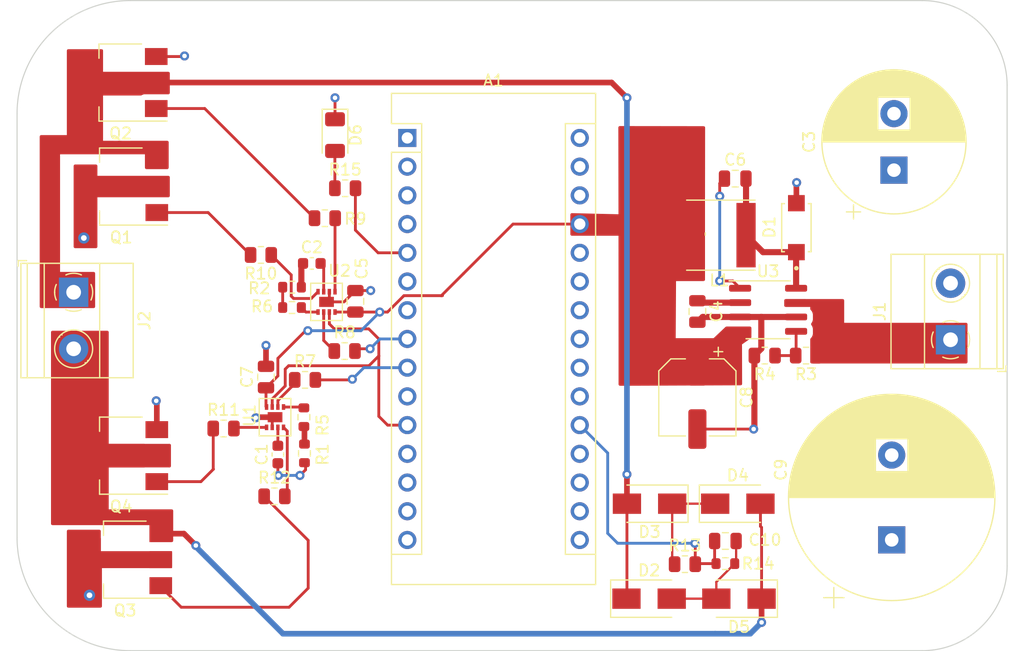
<source format=kicad_pcb>
(kicad_pcb (version 20211014) (generator pcbnew)
  (layers (0 "F.Cu" signal) (1 "In1.Cu" signal "GND") (2 "In2.Cu" signal "PWR") (31 "B.Cu" signal) (34 "B.Paste" user) (35 "F.Paste" user) (36 "B.SilkS" user "B.Silkscreen") (37 "F.SilkS" user "F.Silkscreen") (38 "B.Mask" user) (39 "F.Mask" user) (44 "Edge.Cuts" user))
  (net 0 "")
  (net 4 "<NO NET>")
  (net 7 "Net-(A1-Pad8)")
  (net 8 "Net-(A1-Pad9)")
  (net 10 "EN")
  (net 27 "+5V")
  (net 28 "Net-(C1-Pad1)")
  (net 29 "Net-(C1-Pad2)")
  (net 30 "Net-(C2-Pad1)")
  (net 31 "Net-(C2-Pad2)")
  (net 32 "70V")
  (net 33 "Net-(C4-Pad1)")
  (net 34 "Net-(C6-Pad1)")
  (net 35 "Net-(C6-Pad2)")
  (net 36 "Net-(Q1-Pad1)")
  (net 37 "Vsin_01")
  (net 38 "Net-(Q2-Pad1)")
  (net 39 "Net-(Q3-Pad1)")
  (net 40 "Vsin_02")
  (net 41 "Net-(Q4-Pad1)")
  (net 42 "Net-(R1-Pad2)")
  (net 43 "Net-(R2-Pad2)")
  (net 44 "Net-(R3-Pad2)")
  (net 45 "Net-(R5-Pad1)")
  (net 46 "Net-(R6-Pad1)")
  (net 47 "PWM_2")
  (net 48 "PWM_1")
  (net 49 "Out_L_1")
  (net 50 "Out_H_1")
  (net 51 "Out_L_2")
  (net 52 "Out_H_2")
  (net 53 "P")
  (net 54 "Net-(A1-Pad5)")
  (net 55 "V_fb")
  (net 56 "N")
  (net 57 "Net-(D6-Pad2)")
  (footprint "Package_TO_SOT_SMD:SOT-223-3_TabPin2" (layer "F.Cu") (at 57.05 111.95 180)
    (fp_text reference "Q3" (at 0 -4.5) (layer "F.SilkS"))
    (fp_text value "BSP296NH6327XTSA1")
    (pad "1" smd rect (at -3.15 -2.3 180) (size 2 1.5) (layers "F.Cu" "F.Paste" "F.Mask") (net 39 "Net-(Q3-Pad1)"))
    (pad "2" smd rect (at 3.15 0 180) (size 2 3.8) (layers "F.Cu" "F.Paste" "F.Mask") (net 32 "70V"))
    (pad "2" smd rect (at -3.15 0 180) (size 2 1.5) (layers "F.Cu" "F.Paste" "F.Mask") (net 32 "70V"))
    (pad "3" smd rect (at -3.15 2.3 180) (size 2 1.5) (layers "F.Cu" "F.Paste" "F.Mask") (net 40 "Vsin_02"))
  )
  (footprint "Package_SO:SOIC-8_3.9x4.9mm_P1.27mm" (layer "F.Cu") (at 113.876041 89.85)
    (fp_text reference "U3" (at 0 -3.4) (layer "F.SilkS"))
    (fp_text value "MAX5035BUSA")
    (pad "1" smd roundrect (at -2.475 -1.905) (size 1.95 0.6) (layers "F.Cu" "F.Paste" "F.Mask") (net 34 "Net-(C6-Pad1)"))
    (pad "2" smd roundrect (at -2.475 -0.635) (size 1.95 0.6) (layers "F.Cu" "F.Paste" "F.Mask") (net 33 "Net-(C4-Pad1)"))
    (pad "3" smd roundrect (at -2.475 0.635) (size 1.95 0.6) (layers "F.Cu" "F.Paste" "F.Mask") (net 4 "<NO NET>"))
    (pad "4" smd roundrect (at -2.475 1.905) (size 1.95 0.6) (layers "F.Cu" "F.Paste" "F.Mask") (net 27 "+5V"))
    (pad "5" smd roundrect (at 2.475 1.905) (size 1.95 0.6) (layers "F.Cu" "F.Paste" "F.Mask") (net 44 "Net-(R3-Pad2)"))
    (pad "6" smd roundrect (at 2.475 0.635) (size 1.95 0.6) (layers "F.Cu" "F.Paste" "F.Mask") (net 4 "<NO NET>"))
    (pad "7" smd roundrect (at 2.475 -0.635) (size 1.95 0.6) (layers "F.Cu" "F.Paste" "F.Mask") (net 32 "70V"))
    (pad "8" smd roundrect (at 2.475 -1.905) (size 1.95 0.6) (layers "F.Cu" "F.Paste" "F.Mask") (net 35 "Net-(C6-Pad2)"))
  )
  (footprint "Capacitor_SMD:C_0805_2012Metric" (layer "F.Cu") (at 69.5 95.8 90)
    (fp_text reference "C7" (at 0 -1.68 90) (layer "F.SilkS"))
    (fp_text value "1u")
    (pad "1" smd roundrect (at -0.95 0 90) (size 1 1.45) (layers "F.Cu" "F.Paste" "F.Mask") (net 27 "+5V"))
    (pad "2" smd roundrect (at 0.95 0 90) (size 1 1.45) (layers "F.Cu" "F.Paste" "F.Mask") (net 4 "<NO NET>"))
  )
  (footprint "Capacitor_SMD:C_0603_1608Metric" (layer "F.Cu") (at 73.55 85.75)
    (fp_text reference "C2" (at 0 -1.43) (layer "F.SilkS"))
    (fp_text value "27n")
    (pad "1" smd roundrect (at -0.775 0) (size 0.9 0.95) (layers "F.Cu" "F.Paste" "F.Mask") (net 30 "Net-(C2-Pad1)"))
    (pad "2" smd roundrect (at 0.775 0) (size 0.9 0.95) (layers "F.Cu" "F.Paste" "F.Mask") (net 31 "Net-(C2-Pad2)"))
  )
  (footprint "Resistor_SMD:R_0603_1608Metric" (layer "F.Cu") (at 72.9 102.55 90)
    (fp_text reference "R1" (at -0.1 1.6 90) (layer "F.SilkS"))
    (fp_text value "0.0")
    (pad "1" smd roundrect (at -0.825 0 90) (size 0.8 0.95) (layers "F.Cu" "F.Paste" "F.Mask") (net 28 "Net-(C1-Pad1)"))
    (pad "2" smd roundrect (at 0.825 0 90) (size 0.8 0.95) (layers "F.Cu" "F.Paste" "F.Mask") (net 42 "Net-(R1-Pad2)"))
  )
  (footprint "Resistor_SMD:R_0805_2012Metric" (layer "F.Cu") (at 74.7 81.75 180)
    (fp_text reference "R9" (at -2.7 -0.05) (layer "F.SilkS"))
    (fp_text value "10k")
    (pad "1" smd roundrect (at -0.9125 0 180) (size 1.025 1.4) (layers "F.Cu" "F.Paste" "F.Mask") (roundrect_rratio 0.243902439) (net 49 "Out_L_1"))
    (pad "2" smd roundrect (at 0.9125 0 180) (size 1.025 1.4) (layers "F.Cu" "F.Paste" "F.Mask") (roundrect_rratio 0.243902439) (net 38 "Net-(Q2-Pad1)"))
  )
  (footprint "Resistor_SMD:R_0805_2012Metric" (layer "F.Cu") (at 76.5 79.1)
    (fp_text reference "R15" (at 0 -1.65) (layer "F.SilkS"))
    (fp_text value "10k")
    (pad "1" smd roundrect (at -0.9125 0) (size 1.025 1.4) (layers "F.Cu" "F.Paste" "F.Mask") (roundrect_rratio 0.243902439) (net 57 "Net-(D6-Pad2)"))
    (pad "2" smd roundrect (at 0.9125 0) (size 1.025 1.4) (layers "F.Cu" "F.Paste" "F.Mask") (roundrect_rratio 0.243902439) (net 54 "Net-(A1-Pad5)"))
  )
  (footprint "Capacitor_SMD:C_0603_1608Metric" (layer "F.Cu") (at 70.55 102.65 90)
    (fp_text reference "C1" (at 0 -1.43 90) (layer "F.SilkS"))
    (fp_text value "27n")
    (pad "1" smd roundrect (at -0.775 0 90) (size 0.9 0.95) (layers "F.Cu" "F.Paste" "F.Mask") (net 28 "Net-(C1-Pad1)"))
    (pad "2" smd roundrect (at 0.775 0 90) (size 0.9 0.95) (layers "F.Cu" "F.Paste" "F.Mask") (net 29 "Net-(C1-Pad2)"))
  )
  (footprint "TerminalBlock_Phoenix:TerminalBlock_Phoenix_MKDS-1,5-2_1x02_P5.00mm_Horizontal" (layer "F.Cu") (at 130 92.5 90)
    (fp_text reference "J1" (at 2.5 -6.26 90) (layer "F.SilkS"))
    (fp_text value "Conn_01x02")
    (pad "1" thru_hole rect (at 0 0 90) (size 2.6 2.6) (drill 1.3) (layers *.Cu *.Mask) (net 32 "70V"))
    (pad "2" thru_hole circle (at 5 0 90) (size 2.6 2.6) (drill 1.3) (layers *.Cu *.Mask) (net 4 "<NO NET>"))
  )
  (footprint "Resistor_SMD:R_0805_2012Metric" (layer "F.Cu") (at 69.05 85 180)
    (fp_text reference "R10" (at 0 -1.65) (layer "F.SilkS"))
    (fp_text value "10k")
    (pad "1" smd roundrect (at -0.9125 0 180) (size 1.025 1.4) (layers "F.Cu" "F.Paste" "F.Mask") (roundrect_rratio 0.243902439) (net 50 "Out_H_1"))
    (pad "2" smd roundrect (at 0.9125 0 180) (size 1.025 1.4) (layers "F.Cu" "F.Paste" "F.Mask") (roundrect_rratio 0.243902439) (net 36 "Net-(Q1-Pad1)"))
  )
  (footprint "Resistor_SMD:R_0603_1608Metric" (layer "F.Cu") (at 110.1 112.3)
    (fp_text reference "R14" (at 2.9 0) (layer "F.SilkS"))
    (fp_text value "3.3k")
    (pad "1" smd roundrect (at -0.825 0) (size 0.8 0.95) (layers "F.Cu" "F.Paste" "F.Mask") (net 55 "V_fb"))
    (pad "2" smd roundrect (at 0.825 0) (size 0.8 0.95) (layers "F.Cu" "F.Paste" "F.Mask") (net 56 "N"))
  )
  (footprint "TerminalBlock_Phoenix:TerminalBlock_Phoenix_MKDS-1,5-2_1x02_P5.00mm_Horizontal" (layer "F.Cu") (at 52.5 88.3 -90)
    (fp_text reference "J2" (at 2.5 -6.26 90) (layer "F.SilkS"))
    (fp_text value "Conn_01x02")
    (pad "1" thru_hole rect (at 0 0 270) (size 2.6 2.6) (drill 1.3) (layers *.Cu *.Mask) (net 37 "Vsin_01"))
    (pad "2" thru_hole circle (at 5 0 270) (size 2.6 2.6) (drill 1.3) (layers *.Cu *.Mask) (net 40 "Vsin_02"))
  )
  (footprint "Package_TO_SOT_SMD:SOT-223-3_TabPin2" (layer "F.Cu") (at 56.7 102.75 180)
    (fp_text reference "Q4" (at 0 -4.5) (layer "F.SilkS"))
    (fp_text value "BSP296NH6327XTSA1")
    (pad "1" smd rect (at -3.15 -2.3 180) (size 2 1.5) (layers "F.Cu" "F.Paste" "F.Mask") (net 41 "Net-(Q4-Pad1)"))
    (pad "2" smd rect (at 3.15 0 180) (size 2 3.8) (layers "F.Cu" "F.Paste" "F.Mask") (net 40 "Vsin_02"))
    (pad "2" smd rect (at -3.15 0 180) (size 2 1.5) (layers "F.Cu" "F.Paste" "F.Mask") (net 40 "Vsin_02"))
    (pad "3" smd rect (at -3.15 2.3 180) (size 2 1.5) (layers "F.Cu" "F.Paste" "F.Mask") (net 4 "<NO NET>"))
  )
  (footprint "Footprints:DO-221(AC)" (layer "F.Cu") (at 116.376041 82.5875 90)
    (fp_text reference "D1" (at 0.04 -2.385 90) (layer "F.SilkS"))
    (fp_text value "D_Schottky")
    (pad "1" smd rect (at -2.165 0 90) (size 1.44 1.48) (layers "F.Cu" "F.Paste" "F.Mask") (net 35 "Net-(C6-Pad2)"))
    (pad "2" smd rect (at 2.165 0 90) (size 1.44 1.48) (layers "F.Cu" "F.Paste" "F.Mask") (net 4 "<NO NET>"))
  )
  (footprint "Resistor_SMD:R_0603_1608Metric" (layer "F.Cu") (at 71.8 89.65 180)
    (fp_text reference "R6" (at 2.65 0.1) (layer "F.SilkS"))
    (fp_text value "0.0")
    (pad "1" smd roundrect (at -0.825 0 180) (size 0.8 0.95) (layers "F.Cu" "F.Paste" "F.Mask") (net 46 "Net-(R6-Pad1)"))
    (pad "2" smd roundrect (at 0.825 0 180) (size 0.8 0.95) (layers "F.Cu" "F.Paste" "F.Mask") (net 43 "Net-(R2-Pad2)"))
  )
  (footprint "Footprints:NCP81151" (layer "F.Cu") (at 74.85 89.15)
    (fp_text reference "U2" (at 1.15 -2.75) (layer "F.SilkS"))
    (fp_text value "NCP81151")
    (pad "1" smd rect (at -0.75 0.9) (size 0.3 0.5) (layers "F.Cu" "F.Paste" "F.Mask") (net 46 "Net-(R6-Pad1)"))
    (pad "2" smd rect (at -0.25 0.9) (size 0.3 0.5) (layers "F.Cu" "F.Paste" "F.Mask") (net 48 "PWM_1"))
    (pad "3" smd rect (at 0.25 0.9) (size 0.3 0.5) (layers "F.Cu" "F.Paste" "F.Mask") (net 10 "EN"))
    (pad "4" smd rect (at 0.75 0.9) (size 0.3 0.5) (layers "F.Cu" "F.Paste" "F.Mask") (net 27 "+5V"))
    (pad "5" smd rect (at 0.75 -0.9) (size 0.3 0.5) (layers "F.Cu" "F.Paste" "F.Mask") (net 49 "Out_L_1"))
    (pad "6" smd rect (at 0.25 -0.9) (size 0.3 0.5) (layers "F.Cu" "F.Paste" "F.Mask") (net 4 "<NO NET>"))
    (pad "7" smd rect (at -0.25 -0.9) (size 0.3 0.5) (layers "F.Cu" "F.Paste" "F.Mask") (net 31 "Net-(C2-Pad2)"))
    (pad "8" smd rect (at -0.75 -0.9) (size 0.3 0.5) (layers "F.Cu" "F.Paste" "F.Mask") (net 50 "Out_H_1"))
    (pad "9" smd rect (at 0 0) (size 1.3 0.9) (layers "F.Cu" "F.Paste" "F.Mask") (net 4 "<NO NET>"))
  )
  (footprint "Diode_SMD:D_SMA" (layer "F.Cu") (at 111.3 115.4 180)
    (fp_text reference "D5" (at 0 -2.5) (layer "F.SilkS"))
    (fp_text value "D")
    (pad "1" smd rect (at -2 0 180) (size 2.5 1.8) (layers "F.Cu" "F.Paste" "F.Mask") (net 40 "Vsin_02"))
    (pad "2" smd rect (at 2 0 180) (size 2.5 1.8) (layers "F.Cu" "F.Paste" "F.Mask") (net 56 "N"))
  )
  (footprint "Resistor_SMD:R_0603_1608Metric" (layer "F.Cu") (at 71.8 87.85 180)
    (fp_text reference "R2" (at 2.9 -0.1) (layer "F.SilkS"))
    (fp_text value "0.0")
    (pad "1" smd roundrect (at -0.825 0 180) (size 0.8 0.95) (layers "F.Cu" "F.Paste" "F.Mask") (net 30 "Net-(C2-Pad1)"))
    (pad "2" smd roundrect (at 0.825 0 180) (size 0.8 0.95) (layers "F.Cu" "F.Paste" "F.Mask") (net 43 "Net-(R2-Pad2)"))
  )
  (footprint "Diode_SMD:D_SMA" (layer "F.Cu") (at 103.4 107 180)
    (fp_text reference "D3" (at 0 -2.5) (layer "F.SilkS"))
    (fp_text value "D")
    (pad "1" smd rect (at -2 0 180) (size 2.5 1.8) (layers "F.Cu" "F.Paste" "F.Mask") (net 53 "P"))
    (pad "2" smd rect (at 2 0 180) (size 2.5 1.8) (layers "F.Cu" "F.Paste" "F.Mask") (net 37 "Vsin_01"))
  )
  (footprint "Package_TO_SOT_SMD:SOT-223-3_TabPin2" (layer "F.Cu") (at 56.7 78.95 180)
    (fp_text reference "Q1" (at 0 -4.5) (layer "F.SilkS"))
    (fp_text value "BSP296NH6327XTSA1")
    (pad "1" smd rect (at -3.15 -2.3 180) (size 2 1.5) (layers "F.Cu" "F.Paste" "F.Mask") (net 36 "Net-(Q1-Pad1)"))
    (pad "2" smd rect (at 3.15 0 180) (size 2 3.8) (layers "F.Cu" "F.Paste" "F.Mask") (net 32 "70V"))
    (pad "2" smd rect (at -3.15 0 180) (size 2 1.5) (layers "F.Cu" "F.Paste" "F.Mask") (net 32 "70V"))
    (pad "3" smd rect (at -3.15 2.3 180) (size 2 1.5) (layers "F.Cu" "F.Paste" "F.Mask") (net 37 "Vsin_01"))
  )
  (footprint "Package_TO_SOT_SMD:SOT-223-3_TabPin2" (layer "F.Cu") (at 56.65 69.75 180)
    (fp_text reference "Q2" (at 0 -4.5) (layer "F.SilkS"))
    (fp_text value "BSP296NH6327XTSA1")
    (pad "1" smd rect (at -3.15 -2.3 180) (size 2 1.5) (layers "F.Cu" "F.Paste" "F.Mask") (net 38 "Net-(Q2-Pad1)"))
    (pad "2" smd rect (at -3.15 0 180) (size 2 1.5) (layers "F.Cu" "F.Paste" "F.Mask") (net 37 "Vsin_01"))
    (pad "2" smd rect (at 3.15 0 180) (size 2 3.8) (layers "F.Cu" "F.Paste" "F.Mask") (net 37 "Vsin_01"))
    (pad "3" smd rect (at -3.15 2.3 180) (size 2 1.5) (layers "F.Cu" "F.Paste" "F.Mask") (net 4 "<NO NET>"))
  )
  (footprint "Capacitor_THT:CP_Radial_D12.5mm_P5.00mm" (layer "F.Cu") (at 125 77.5 90)
    (fp_text reference "C3" (at 2.5 -7.5 90) (layer "F.SilkS"))
    (fp_text value "68u")
    (pad "1" thru_hole rect (at 0 0 90) (size 2.4 2.4) (drill 1.2) (layers *.Cu *.Mask) (net 32 "70V"))
    (pad "2" thru_hole circle (at 5 0 90) (size 2.4 2.4) (drill 1.2) (layers *.Cu *.Mask) (net 4 "<NO NET>"))
  )
  (footprint "Resistor_SMD:R_0805_2012Metric" (layer "F.Cu") (at 72.95 96.05)
    (fp_text reference "R7" (at 0 -1.65) (layer "F.SilkS"))
    (fp_text value "10k")
    (pad "1" smd roundrect (at -0.9125 0) (size 1.025 1.4) (layers "F.Cu" "F.Paste" "F.Mask") (roundrect_rratio 0.243902439) (net 47 "PWM_2"))
    (pad "2" smd roundrect (at 0.9125 0) (size 1.025 1.4) (layers "F.Cu" "F.Paste" "F.Mask") (roundrect_rratio 0.243902439) (net 8 "Net-(A1-Pad9)"))
  )
  (footprint "Resistor_SMD:R_0805_2012Metric" (layer "F.Cu") (at 106.525 112.35)
    (fp_text reference "R13" (at 0 -1.65) (layer "F.SilkS"))
    (fp_text value "91k")
    (pad "1" smd roundrect (at -0.9125 0) (size 1.025 1.4) (layers "F.Cu" "F.Paste" "F.Mask") (roundrect_rratio 0.243902439) (net 53 "P"))
    (pad "2" smd roundrect (at 0.9125 0) (size 1.025 1.4) (layers "F.Cu" "F.Paste" "F.Mask") (roundrect_rratio 0.243902439) (net 55 "V_fb"))
  )
  (footprint "Inductor_SMD:L_6.0x6.0_4.5" (layer "F.Cu") (at 109.576041 83.25 180)
    (fp_text reference "L1" (at 0 -4) (layer "F.SilkS"))
    (fp_text value "100u")
    (pad "1" smd rect (at -2.35 0 180) (size 1.7 5.7) (layers "F.Cu" "F.Paste" "F.Mask") (net 35 "Net-(C6-Pad2)"))
    (pad "2" smd rect (at 2.15 0 180) (size 1.7 5.7) (layers "F.Cu" "F.Paste" "F.Mask") (net 27 "+5V"))
  )
  (footprint "Capacitor_THT:CP_Radial_D18.0mm_P7.50mm" (layer "F.Cu") (at 124.8 110.2 90)
    (fp_text reference "C9" (at 6.2 -9.8 90) (layer "F.SilkS"))
    (fp_text value "1000uF")
    (pad "1" thru_hole rect (at 0 0 90) (size 2.4 2.4) (drill 1.2) (layers *.Cu *.Mask) (net 32 "70V"))
    (pad "2" thru_hole circle (at 7.5 0 90) (size 2.4 2.4) (drill 1.2) (layers *.Cu *.Mask) (net 4 "<NO NET>"))
  )
  (footprint "Resistor_SMD:R_0805_2012Metric" (layer "F.Cu") (at 76.45 93.5)
    (fp_text reference "R8" (at 0 -1.65) (layer "F.SilkS"))
    (fp_text value "10k")
    (pad "1" smd roundrect (at -0.9125 0) (size 1.025 1.4) (layers "F.Cu" "F.Paste" "F.Mask") (roundrect_rratio 0.243902439) (net 48 "PWM_1"))
    (pad "2" smd roundrect (at 0.9125 0) (size 1.025 1.4) (layers "F.Cu" "F.Paste" "F.Mask") (roundrect_rratio 0.243902439) (net 7 "Net-(A1-Pad8)"))
  )
  (footprint "Capacitor_SMD:CP_Elec_6.3x5.2" (layer "F.Cu") (at 107.626041 97.6 -90)
    (fp_text reference "C8" (at 0 -4.35 90) (layer "F.SilkS"))
    (fp_text value "68u")
    (pad "1" smd roundrect (at -2.8 0 270) (size 3.5 1.6) (layers "F.Cu" "F.Paste" "F.Mask") (roundrect_rratio 0.15625) (net 27 "+5V"))
    (pad "2" smd roundrect (at 2.8 0 270) (size 3.5 1.6) (layers "F.Cu" "F.Paste" "F.Mask") (roundrect_rratio 0.15625) (net 4 "<NO NET>"))
  )
  (footprint "Capacitor_SMD:C_0805_2012Metric" (layer "F.Cu") (at 110.97 78.25)
    (fp_text reference "C6" (at 0 -1.68) (layer "F.SilkS"))
    (fp_text value "0.1u")
    (pad "1" smd roundrect (at -0.95 0) (size 1 1.45) (layers "F.Cu" "F.Paste" "F.Mask") (net 34 "Net-(C6-Pad1)"))
    (pad "2" smd roundrect (at 0.95 0) (size 1 1.45) (layers "F.Cu" "F.Paste" "F.Mask") (net 35 "Net-(C6-Pad2)"))
  )
  (footprint "Resistor_SMD:R_0603_1608Metric" (layer "F.Cu") (at 72.85 99.35 -90)
    (fp_text reference "R5" (at 0.7 -1.65 90) (layer "F.SilkS"))
    (fp_text value "0.0")
    (pad "1" smd roundrect (at -0.825 0 270) (size 0.8 0.95) (layers "F.Cu" "F.Paste" "F.Mask") (net 45 "Net-(R5-Pad1)"))
    (pad "2" smd roundrect (at 0.825 0 270) (size 0.8 0.95) (layers "F.Cu" "F.Paste" "F.Mask") (net 42 "Net-(R1-Pad2)"))
  )
  (footprint "Module:Arduino_Nano" (layer "F.Cu") (at 81.99 74.65)
    (fp_text reference "A1" (at 7.62 -5.08) (layer "F.SilkS"))
    (fp_text value "Arduino_Nano_v3.x")
    (pad "1" thru_hole rect (at 0 0) (size 1.6 1.6) (drill 1) (layers *.Cu *.Mask))
    (pad "2" thru_hole oval (at 0 2.54) (size 1.6 1.6) (drill 1) (layers *.Cu *.Mask))
    (pad "3" thru_hole oval (at 0 5.08) (size 1.6 1.6) (drill 1) (layers *.Cu *.Mask))
    (pad "4" thru_hole oval (at 0 7.62) (size 1.6 1.6) (drill 1) (layers *.Cu *.Mask) (net 4 "<NO NET>"))
    (pad "5" thru_hole oval (at 0 10.16) (size 1.6 1.6) (drill 1) (layers *.Cu *.Mask) (net 54 "Net-(A1-Pad5)"))
    (pad "6" thru_hole oval (at 0 12.7) (size 1.6 1.6) (drill 1) (layers *.Cu *.Mask))
    (pad "7" thru_hole oval (at 0 15.24) (size 1.6 1.6) (drill 1) (layers *.Cu *.Mask))
    (pad "8" thru_hole oval (at 0 17.78) (size 1.6 1.6) (drill 1) (layers *.Cu *.Mask) (net 7 "Net-(A1-Pad8)"))
    (pad "9" thru_hole oval (at 0 20.32) (size 1.6 1.6) (drill 1) (layers *.Cu *.Mask) (net 8 "Net-(A1-Pad9)"))
    (pad "10" thru_hole oval (at 0 22.86) (size 1.6 1.6) (drill 1) (layers *.Cu *.Mask))
    (pad "11" thru_hole oval (at 0 25.4) (size 1.6 1.6) (drill 1) (layers *.Cu *.Mask) (net 10 "EN"))
    (pad "12" thru_hole oval (at 0 27.94) (size 1.6 1.6) (drill 1) (layers *.Cu *.Mask))
    (pad "13" thru_hole oval (at 0 30.48) (size 1.6 1.6) (drill 1) (layers *.Cu *.Mask))
    (pad "14" thru_hole oval (at 0 33.02) (size 1.6 1.6) (drill 1) (layers *.Cu *.Mask))
    (pad "15" thru_hole oval (at 0 35.56) (size 1.6 1.6) (drill 1) (layers *.Cu *.Mask))
    (pad "16" thru_hole oval (at 15.24 35.56) (size 1.6 1.6) (drill 1) (layers *.Cu *.Mask))
    (pad "17" thru_hole oval (at 15.24 33.02) (size 1.6 1.6) (drill 1) (layers *.Cu *.Mask))
    (pad "18" thru_hole oval (at 15.24 30.48) (size 1.6 1.6) (drill 1) (layers *.Cu *.Mask))
    (pad "19" thru_hole oval (at 15.24 27.94) (size 1.6 1.6) (drill 1) (layers *.Cu *.Mask))
    (pad "20" thru_hole oval (at 15.24 25.4) (size 1.6 1.6) (drill 1) (layers *.Cu *.Mask) (net 55 "V_fb"))
    (pad "21" thru_hole oval (at 15.24 22.86) (size 1.6 1.6) (drill 1) (layers *.Cu *.Mask))
    (pad "22" thru_hole oval (at 15.24 20.32) (size 1.6 1.6) (drill 1) (layers *.Cu *.Mask))
    (pad "23" thru_hole oval (at 15.24 17.78) (size 1.6 1.6) (drill 1) (layers *.Cu *.Mask))
    (pad "24" thru_hole oval (at 15.24 15.24) (size 1.6 1.6) (drill 1) (layers *.Cu *.Mask))
    (pad "25" thru_hole oval (at 15.24 12.7) (size 1.6 1.6) (drill 1) (layers *.Cu *.Mask))
    (pad "26" thru_hole oval (at 15.24 10.16) (size 1.6 1.6) (drill 1) (layers *.Cu *.Mask))
    (pad "27" thru_hole oval (at 15.24 7.62) (size 1.6 1.6) (drill 1) (layers *.Cu *.Mask) (net 27 "+5V"))
    (pad "28" thru_hole oval (at 15.24 5.08) (size 1.6 1.6) (drill 1) (layers *.Cu *.Mask))
    (pad "29" thru_hole oval (at 15.24 2.54) (size 1.6 1.6) (drill 1) (layers *.Cu *.Mask) (net 4 "<NO NET>"))
    (pad "30" thru_hole oval (at 15.24 0) (size 1.6 1.6) (drill 1) (layers *.Cu *.Mask))
  )
  (footprint "Capacitor_SMD:C_0805_2012Metric" (layer "F.Cu") (at 110.1 110.3)
    (fp_text reference "C10" (at 3.5 -0.1) (layer "F.SilkS"))
    (fp_text value "1u")
    (pad "1" smd roundrect (at -0.95 0) (size 1 1.45) (layers "F.Cu" "F.Paste" "F.Mask") (net 55 "V_fb"))
    (pad "2" smd roundrect (at 0.95 0) (size 1 1.45) (layers "F.Cu" "F.Paste" "F.Mask") (net 56 "N"))
  )
  (footprint "LED_SMD:LED_1206_3216Metric" (layer "F.Cu") (at 75.6 74.4 -90)
    (fp_text reference "D6" (at 0 -1.82 90) (layer "F.SilkS"))
    (fp_text value "LED")
    (pad "1" smd roundrect (at -1.4 0 270) (size 1.25 1.75) (layers "F.Cu" "F.Paste" "F.Mask") (roundrect_rratio 0.2) (net 4 "<NO NET>"))
    (pad "2" smd roundrect (at 1.4 0 270) (size 1.25 1.75) (layers "F.Cu" "F.Paste" "F.Mask") (roundrect_rratio 0.2) (net 57 "Net-(D6-Pad2)"))
  )
  (footprint "Diode_SMD:D_SMA" (layer "F.Cu") (at 103.3575 115.4)
    (fp_text reference "D2" (at 0 -2.5) (layer "F.SilkS"))
    (fp_text value "D")
    (pad "1" smd rect (at -2 0) (size 2.5 1.8) (layers "F.Cu" "F.Paste" "F.Mask") (net 37 "Vsin_01"))
    (pad "2" smd rect (at 2 0) (size 2.5 1.8) (layers "F.Cu" "F.Paste" "F.Mask") (net 56 "N"))
  )
  (footprint "Resistor_SMD:R_0805_2012Metric" (layer "F.Cu") (at 117.226041 93.9 180)
    (fp_text reference "R3" (at 0 -1.65) (layer "F.SilkS"))
    (fp_text value "1M")
    (pad "1" smd roundrect (at -0.9125 0 180) (size 1.025 1.4) (layers "F.Cu" "F.Paste" "F.Mask") (roundrect_rratio 0.243902439) (net 32 "70V"))
    (pad "2" smd roundrect (at 0.9125 0 180) (size 1.025 1.4) (layers "F.Cu" "F.Paste" "F.Mask") (roundrect_rratio 0.243902439) (net 44 "Net-(R3-Pad2)"))
  )
  (footprint "Resistor_SMD:R_0805_2012Metric" (layer "F.Cu") (at 65.75 100.35)
    (fp_text reference "R11" (at 0 -1.65) (layer "F.SilkS"))
    (fp_text value "10k")
    (pad "1" smd roundrect (at -0.9125 0) (size 1.025 1.4) (layers "F.Cu" "F.Paste" "F.Mask") (roundrect_rratio 0.243902439) (net 41 "Net-(Q4-Pad1)"))
    (pad "2" smd roundrect (at 0.9125 0) (size 1.025 1.4) (layers "F.Cu" "F.Paste" "F.Mask") (roundrect_rratio 0.243902439) (net 51 "Out_L_2"))
  )
  (footprint "Resistor_SMD:R_0805_2012Metric" (layer "F.Cu") (at 70.25 106.35)
    (fp_text reference "R12" (at 0 -1.65) (layer "F.SilkS"))
    (fp_text value "10k")
    (pad "1" smd roundrect (at -0.9125 0) (size 1.025 1.4) (layers "F.Cu" "F.Paste" "F.Mask") (roundrect_rratio 0.243902439) (net 39 "Net-(Q3-Pad1)"))
    (pad "2" smd roundrect (at 0.9125 0) (size 1.025 1.4) (layers "F.Cu" "F.Paste" "F.Mask") (roundrect_rratio 0.243902439) (net 52 "Out_H_2"))
  )
  (footprint "Resistor_SMD:R_0805_2012Metric" (layer "F.Cu") (at 113.576041 93.9 180)
    (fp_text reference "R4" (at 0 -1.65) (layer "F.SilkS"))
    (fp_text value "49.9k")
    (pad "1" smd roundrect (at -0.9125 0 180) (size 1.025 1.4) (layers "F.Cu" "F.Paste" "F.Mask") (roundrect_rratio 0.243902439) (net 44 "Net-(R3-Pad2)"))
    (pad "2" smd roundrect (at 0.9125 0 180) (size 1.025 1.4) (layers "F.Cu" "F.Paste" "F.Mask") (roundrect_rratio 0.243902439) (net 4 "<NO NET>"))
  )
  (footprint "Footprints:NCP81151" (layer "F.Cu") (at 70.3 99.35 180)
    (fp_text reference "U1" (at 2.25 0.15 90) (layer "F.SilkS"))
    (fp_text value "NCP81151")
    (pad "1" smd rect (at -0.75 0.9 180) (size 0.3 0.5) (layers "F.Cu" "F.Paste" "F.Mask") (net 45 "Net-(R5-Pad1)"))
    (pad "2" smd rect (at -0.25 0.9 180) (size 0.3 0.5) (layers "F.Cu" "F.Paste" "F.Mask") (net 47 "PWM_2"))
    (pad "3" smd rect (at 0.25 0.9 180) (size 0.3 0.5) (layers "F.Cu" "F.Paste" "F.Mask") (net 10 "EN"))
    (pad "4" smd rect (at 0.75 0.9 180) (size 0.3 0.5) (layers "F.Cu" "F.Paste" "F.Mask") (net 27 "+5V"))
    (pad "5" smd rect (at 0.75 -0.9 180) (size 0.3 0.5) (layers "F.Cu" "F.Paste" "F.Mask") (net 51 "Out_L_2"))
    (pad "6" smd rect (at 0.25 -0.9 180) (size 0.3 0.5) (layers "F.Cu" "F.Paste" "F.Mask") (net 4 "<NO NET>"))
    (pad "7" smd rect (at -0.25 -0.9 180) (size 0.3 0.5) (layers "F.Cu" "F.Paste" "F.Mask") (net 29 "Net-(C1-Pad2)"))
    (pad "8" smd rect (at -0.75 -0.9 180) (size 0.3 0.5) (layers "F.Cu" "F.Paste" "F.Mask") (net 52 "Out_H_2"))
    (pad "9" smd rect (at 0 0 180) (size 1.3 0.9) (layers "F.Cu" "F.Paste" "F.Mask") (net 4 "<NO NET>"))
  )
  (footprint "Capacitor_SMD:C_0805_2012Metric" (layer "F.Cu") (at 77.4 89.1 90)
    (fp_text reference "C5" (at 2.9 0.55 90) (layer "F.SilkS"))
    (fp_text value "1u")
    (pad "1" smd roundrect (at -0.95 0 90) (size 1 1.45) (layers "F.Cu" "F.Paste" "F.Mask") (net 27 "+5V"))
    (pad "2" smd roundrect (at 0.95 0 90) (size 1 1.45) (layers "F.Cu" "F.Paste" "F.Mask") (net 4 "<NO NET>"))
  )
  (footprint "Capacitor_SMD:C_0805_2012Metric" (layer "F.Cu") (at 107.626041 90 -90)
    (fp_text reference "C4" (at 0 -1.68 90) (layer "F.SilkS"))
    (fp_text value "0.1u")
    (pad "1" smd roundrect (at -0.95 0 270) (size 1 1.45) (layers "F.Cu" "F.Paste" "F.Mask") (net 33 "Net-(C4-Pad1)"))
    (pad "2" smd roundrect (at 0.95 0 270) (size 1 1.45) (layers "F.Cu" "F.Paste" "F.Mask") (net 4 "<NO NET>"))
  )
  (footprint "Diode_SMD:D_SMA" (layer "F.Cu") (at 111.2 107)
    (fp_text reference "D4" (at 0 -2.5) (layer "F.SilkS"))
    (fp_text value "D")
    (pad "1" smd rect (at -2 0) (size 2.5 1.8) (layers "F.Cu" "F.Paste" "F.Mask") (net 53 "P"))
    (pad "2" smd rect (at 2 0) (size 2.5 1.8) (layers "F.Cu" "F.Paste" "F.Mask") (net 40 "Vsin_02"))
  )
  (gr_line (start 57.5 62.5) (end 127.5 62.5) (layer "Edge.Cuts") (width 0.1))
  (gr_line (start 127.5 120) (end 57.5 120) (layer "Edge.Cuts") (width 0.1))
  (gr_arc (start 127.5 62.5) (mid 132.803301 64.696699) (end 135 70) (layer "Edge.Cuts") (width 0.1))
  (gr_line (start 47.5 110) (end 47.5 72.5) (layer "Edge.Cuts") (width 0.1))
  (gr_arc (start 57.5 120) (mid 50.428932 117.071068) (end 47.5 110) (layer "Edge.Cuts") (width 0.1))
  (gr_arc (start 135 112.5) (mid 132.803301 117.803301) (end 127.5 120) (layer "Edge.Cuts") (width 0.1))
  (gr_line (start 135 70) (end 135 112.5) (layer "Edge.Cuts") (width 0.1))
  (gr_arc (start 47.5 72.5) (mid 50.428932 65.428932) (end 57.5 62.5) (layer "Edge.Cuts") (width 0.1))
  (segment (start 75.1 88.9) (end 75.1 88.25) (width 0.25) (layer "F.Cu") (net 4))
  (segment (start 74.85 89.15) (end 76.4 89.15) (width 0.25) (layer "F.Cu") (net 4))
  (segment (start 59.85 97.95) (end 59.8 97.9) (width 0.5) (layer "F.Cu") (net 4))
  (segment (start 70.05 100.25) (end 70.05 99.6) (width 0.25) (layer "F.Cu") (net 4))
  (segment (start 74.85 89.15) (end 75.1 88.9) (width 0.25) (layer "F.Cu") (net 4))
  (segment (start 62.25 67.45) (end 62.3 67.4) (width 0.25) (layer "F.Cu") (net 4))
  (segment (start 108.091041 90.485) (end 107.626041 90.95) (width 0.54) (layer "F.Cu") (net 4))
  (segment (start 111.401041 90.485) (end 108.091041 90.485) (width 0.54) (layer "F.Cu") (net 4))
  (segment (start 70.3 99.35) (end 68.65 99.35) (width 0.5) (layer "F.Cu") (net 4))
  (segment (start 76.4 89.15) (end 77.4 88.15) (width 0.25) (layer "F.Cu") (net 4))
  (segment (start 116.376041 80.4225) (end 116.376041 78.623959) (width 0.5) (layer "F.Cu") (net 4))
  (segment (start 113.275 90.485) (end 116.351041 90.485) (width 0.54) (layer "F.Cu") (net 4))
  (segment (start 59.85 100.45) (end 59.85 97.95) (width 0.5) (layer "F.Cu") (net 4))
  (segment (start 113.275 90.485) (end 113.275 93.288541) (width 0.54) (layer "F.Cu") (net 4))
  (segment (start 116.376041 78.623959) (end 116.4 78.6) (width 0.5) (layer "F.Cu") (net 4))
  (segment (start 68.65 99.35) (end 68.6 99.4) (width 0.5) (layer "F.Cu") (net 4))
  (segment (start 78.8 88.2) (end 78.75 88.15) (width 0.25) (layer "F.Cu") (net 4))
  (segment (start 59.8 67.45) (end 62.25 67.45) (width 0.25) (layer "F.Cu") (net 4))
  (segment (start 70.05 99.6) (end 70.3 99.35) (width 0.25) (layer "F.Cu") (net 4))
  (segment (start 111.401041 90.485) (end 113.275 90.485) (width 0.54) (layer "F.Cu") (net 4))
  (segment (start 112.663541 93.9) (end 112.663541 100.336459) (width 0.54) (layer "F.Cu") (net 4))
  (segment (start 112.663541 100.336459) (end 112.6 100.4) (width 0.54) (layer "F.Cu") (net 4))
  (segment (start 77.4 88.15) (end 78.75 88.15) (width 0.25) (layer "F.Cu") (net 4))
  (segment (start 69.5 94.85) (end 69.5 93) (width 0.5) (layer "F.Cu") (net 4))
  (segment (start 75.6 73) (end 75.6 71.1) (width 0.25) (layer "F.Cu") (net 4))
  (segment (start 107.626041 100.4) (end 112.6 100.4) (width 0.25) (layer "F.Cu") (net 4))
  (segment (start 113.275 93.288541) (end 112.663541 93.9) (width 0.54) (layer "F.Cu") (net 4))
  (via (at 62.3 67.4) (size 0.8) (drill 0.4) (layers "F.Cu" "B.Cu") (net 4))
  (via (at 68.6 99.4) (size 0.8) (drill 0.4) (layers "F.Cu" "B.Cu") (net 4))
  (via (at 112.6 100.4) (size 0.8) (drill 0.4) (layers "F.Cu" "B.Cu") (net 4))
  (via (at 116.4 78.6) (size 0.8) (drill 0.4) (layers "F.Cu" "B.Cu") (net 4))
  (via (at 75.6 71.1) (size 0.8) (drill 0.4) (layers "F.Cu" "B.Cu") (net 4))
  (via (at 59.8 97.9) (size 0.8) (drill 0.4) (layers "F.Cu" "B.Cu") (net 4))
  (via (at 78.75 88.15) (size 0.8) (drill 0.4) (layers "F.Cu" "B.Cu") (net 4))
  (via (at 69.5 93) (size 0.8) (drill 0.4) (layers "F.Cu" "B.Cu") (net 4))
  (segment (start 78.7 93.3) (end 77.5625 93.3) (width 0.25) (layer "F.Cu") (net 7))
  (segment (start 77.5625 93.3) (end 77.3625 93.5) (width 0.25) (layer "F.Cu") (net 7))
  (via (at 78.7 93.3) (size 0.8) (drill 0.4) (layers "F.Cu" "B.Cu") (net 7))
  (segment (start 79.57 92.43) (end 78.7 93.3) (width 0.25) (layer "B.Cu") (net 7))
  (segment (start 81.99 92.43) (end 79.57 92.43) (width 0.25) (layer "B.Cu") (net 7))
  (segment (start 73.8625 96.05) (end 77.07 96.05) (width 0.25) (layer "F.Cu") (net 8))
  (segment (start 77.07 96.05) (end 77.13 95.99) (width 0.25) (layer "F.Cu") (net 8))
  (via (at 77.13 95.99) (size 0.8) (drill 0.4) (layers "F.Cu" "B.Cu") (net 8))
  (segment (start 77.13 95.99) (end 78.15 94.97) (width 0.25) (layer "B.Cu") (net 8))
  (segment (start 78.15 94.97) (end 81.99 94.97) (width 0.25) (layer "B.Cu") (net 8))
  (segment (start 81.99 100.05) (end 80.25 100.05) (width 0.25) (layer "F.Cu") (net 10))
  (segment (start 71.2 96.587493) (end 71.2 95.1) (width 0.25) (layer "F.Cu") (net 10))
  (segment (start 75.54 91.54) (end 75.1 91.1) (width 0.25) (layer "F.Cu") (net 10))
  (segment (start 70.05 97.737493) (end 71.2 96.587493) (width 0.25) (layer "F.Cu") (net 10))
  (segment (start 71.2 95.1) (end 71.5 94.8) (width 0.25) (layer "F.Cu") (net 10))
  (segment (start 78.58 91.54) (end 75.54 91.54) (width 0.25) (layer "F.Cu") (net 10))
  (segment (start 75.1 91.1) (end 75.1 90.05) (width 0.25) (layer "F.Cu") (net 10))
  (segment (start 79.47 99.27) (end 79.47 93.93) (width 0.25) (layer "F.Cu") (net 10))
  (segment (start 80.25 100.05) (end 79.47 99.27) (width 0.25) (layer "F.Cu") (net 10))
  (segment (start 71.5 94.8) (end 78.6 94.8) (width 0.25) (layer "F.Cu") (net 10))
  (segment (start 79.47 92.43) (end 78.58 91.54) (width 0.25) (layer "F.Cu") (net 10))
  (segment (start 70.05 98.45) (end 70.05 97.737493) (width 0.25) (layer "F.Cu") (net 10))
  (segment (start 79.47 93.93) (end 79.47 92.43) (width 0.25) (layer "F.Cu") (net 10))
  (segment (start 78.6 94.8) (end 79.47 93.93) (width 0.25) (layer "F.Cu") (net 10))
  (segment (start 79.55 90.05) (end 80.2397 90.05) (width 0.25) (layer "F.Cu") (net 27))
  (segment (start 69.5 98.4) (end 69.55 98.45) (width 0.25) (layer "F.Cu") (net 27))
  (segment (start 73 91.7) (end 73.2 91.7) (width 0.25) (layer "F.Cu") (net 27))
  (segment (start 85 88.6) (end 85.1 88.6) (width 0.25) (layer "F.Cu") (net 27))
  (segment (start 70.54952 94.15048) (end 73 91.7) (width 0.25) (layer "F.Cu") (net 27))
  (segment (start 111.401041 91.755) (end 110.671041 91.755) (width 0.25) (layer "F.Cu") (net 27))
  (segment (start 69.5 96.75) (end 69.5 98.4) (width 0.25) (layer "F.Cu") (net 27))
  (segment (start 97.23 82.27) (end 91.33 82.27) (width 0.25) (layer "F.Cu") (net 27))
  (segment (start 77.4 90.05) (end 75.6 90.05) (width 0.25) (layer "F.Cu") (net 27))
  (segment (start 77.4 90.05) (end 79.55 90.05) (width 0.25) (layer "F.Cu") (net 27))
  (segment (start 69.5 96.75) (end 70.54952 95.70048) (width 0.25) (layer "F.Cu") (net 27))
  (segment (start 81.6897 88.6) (end 85 88.6) (width 0.25) (layer "F.Cu") (net 27))
  (segment (start 80.2397 90.05) (end 81.6897 88.6) (width 0.25) (layer "F.Cu") (net 27))
  (segment (start 85 88.6) (end 86.95 86.65) (width 0.25) (layer "F.Cu") (net 27))
  (segment (start 91.33 82.27) (end 86.95 86.65) (width 0.25) (layer "F.Cu") (net 27))
  (segment (start 70.54952 95.70048) (end 70.54952 94.15048) (width 0.25) (layer "F.Cu") (net 27))
  (via (at 73.2 91.7) (size 0.8) (drill 0.4) (layers "F.Cu" "B.Cu") (net 27))
  (via (at 79.55 90.05) (size 0.8) (drill 0.4) (layers "F.Cu" "B.Cu") (net 27))
  (segment (start 77.9 91.7) (end 79.55 90.05) (width 0.25) (layer "B.Cu") (net 27))
  (segment (start 73.2 91.7) (end 77.9 91.7) (width 0.25) (layer "B.Cu") (net 27))
  (segment (start 70.55 103.425) (end 70.55 104.25) (width 0.25) (layer "F.Cu") (net 28))
  (segment (start 70.6 104.3) (end 70.6 104.5) (width 0.25) (layer "F.Cu") (net 28))
  (segment (start 72.5 104.5) (end 73 104) (width 0.25) (layer "F.Cu") (net 28))
  (segment (start 73 104) (end 73 103.475) (width 0.25) (layer "F.Cu") (net 28))
  (segment (start 70.55 104.25) (end 70.6 104.3) (width 0.25) (layer "F.Cu") (net 28))
  (segment (start 73 103.475) (end 72.9 103.375) (width 0.25) (layer "F.Cu") (net 28))
  (via (at 72.5 104.5) (size 0.8) (drill 0.4) (layers "F.Cu" "B.Cu") (net 28))
  (via (at 70.6 104.5) (size 0.8) (drill 0.4) (layers "F.Cu" "B.Cu") (net 28))
  (segment (start 70.6 104.5) (end 72.5 104.5) (width 0.25) (layer "B.Cu") (net 28))
  (segment (start 70.55 101.875) (end 70.55 100.25) (width 0.25) (layer "F.Cu") (net 29))
  (segment (start 72.625 85.9) (end 72.775 85.75) (width 0.54) (layer "F.Cu") (net 30))
  (segment (start 72.625 87.85) (end 72.625 85.9) (width 0.54) (layer "F.Cu") (net 30))
  (segment (start 74.6 86.025) (end 74.325 85.75) (width 0.25) (layer "F.Cu") (net 31))
  (segment (start 74.6 88.25) (end 74.6 86.025) (width 0.25) (layer "F.Cu") (net 31))
  (via (at 53.9 115.1) (size 1) (drill 0.5) (layers "F.Cu" "B.Cu") (net 32))
  (via (at 53.4 83.5) (size 1) (drill 0.5) (layers "F.Cu" "B.Cu") (net 32))
  (segment (start 111.401041 89.215) (end 107.791041 89.215) (width 0.54) (layer "F.Cu") (net 33))
  (segment (start 107.791041 89.215) (end 107.626041 89.05) (width 0.54) (layer "F.Cu") (net 33))
  (segment (start 111.401041 87.945) (end 110.756041 87.3) (width 0.25) (layer "F.Cu") (net 34))
  (segment (start 109.6 79.8) (end 109.6 78.67) (width 0.25) (layer "F.Cu") (net 34))
  (segment (start 109.6 78.67) (end 110.02 78.25) (width 0.25) (layer "F.Cu") (net 34))
  (segment (start 109.4 87.3) (end 109.6 87.3) (width 0.25) (layer "F.Cu") (net 34))
  (segment (start 110.756041 87.3) (end 109.6 87.3) (width 0.25) (layer "F.Cu") (net 34))
  (via (at 109.6 79.8) (size 0.8) (drill 0.4) (layers "F.Cu" "B.Cu") (net 34))
  (via (at 109.6 87.3) (size 0.8) (drill 0.4) (layers "F.Cu" "B.Cu") (net 34))
  (segment (start 109.6 87.3) (end 109.6 79.8) (width 0.25) (layer "B.Cu") (net 34))
  (segment (start 109.6 79.6) (end 109.6 79.8) (width 0.25) (layer "B.Cu") (net 34))
  (segment (start 113.428541 84.7525) (end 111.926041 83.25) (width 0.54) (layer "F.Cu") (net 35))
  (segment (start 116.376041 84.7525) (end 113.428541 84.7525) (width 0.54) (layer "F.Cu") (net 35))
  (segment (start 116.351041 84.7775) (end 116.376041 84.7525) (width 0.54) (layer "F.Cu") (net 35))
  (segment (start 111.926041 78.256041) (end 111.92 78.25) (width 0.54) (layer "F.Cu") (net 35))
  (segment (start 111.926041 83.25) (end 111.926041 78.256041) (width 0.54) (layer "F.Cu") (net 35))
  (segment (start 116.351041 87.945) (end 116.351041 84.7775) (width 0.54) (layer "F.Cu") (net 35))
  (segment (start 64.3875 81.25) (end 59.85 81.25) (width 0.25) (layer "F.Cu") (net 36))
  (segment (start 68.1375 85) (end 64.3875 81.25) (width 0.25) (layer "F.Cu") (net 36))
  (segment (start 101.4 115.3575) (end 101.4 107) (width 0.25) (layer "F.Cu") (net 37))
  (segment (start 100.05 69.75) (end 101.4 71.1) (width 0.5) (layer "F.Cu") (net 37))
  (segment (start 101.4 104.4) (end 101.4 107) (width 0.5) (layer "F.Cu") (net 37))
  (segment (start 59.8 69.75) (end 100.05 69.75) (width 0.5) (layer "F.Cu") (net 37))
  (segment (start 101.3575 115.4) (end 101.4 115.3575) (width 0.25) (layer "F.Cu") (net 37))
  (via (at 101.4 104.4) (size 0.8) (drill 0.4) (layers "F.Cu" "B.Cu") (net 37))
  (via (at 101.4 71.1) (size 0.8) (drill 0.4) (layers "F.Cu" "B.Cu") (net 37))
  (segment (start 101.4 71.1) (end 101.4 104.3) (width 0.5) (layer "B.Cu") (net 37))
  (segment (start 64.0875 72.05) (end 73.7875 81.75) (width 0.25) (layer "F.Cu") (net 38))
  (segment (start 59.8 72.05) (end 64.0875 72.05) (width 0.25) (layer "F.Cu") (net 38))
  (segment (start 62.010978 116.16) (end 60.2 114.349022) (width 0.25) (layer "F.Cu") (net 39))
  (segment (start 69.3375 106.35) (end 73.23 110.2425) (width 0.25) (layer "F.Cu") (net 39))
  (segment (start 73.23 114.47) (end 71.54 116.16) (width 0.25) (layer "F.Cu") (net 39))
  (segment (start 60.2 114.349022) (end 60.2 114.25) (width 0.25) (layer "F.Cu") (net 39))
  (segment (start 71.54 116.16) (end 62.010978 116.16) (width 0.25) (layer "F.Cu") (net 39))
  (segment (start 73.23 110.2425) (end 73.23 114.47) (width 0.25) (layer "F.Cu") (net 39))
  (segment (start 60.2 109.65) (end 62.25 109.65) (width 0.5) (layer "F.Cu") (net 40))
  (segment (start 63.3 110.7) (end 62.25 109.65) (width 0.5) (layer "F.Cu") (net 40))
  (segment (start 113.3 115.4) (end 113.3 109.1) (width 0.25) (layer "F.Cu") (net 40))
  (segment (start 113.3 107.1) (end 113.2 107) (width 0.25) (layer "F.Cu") (net 40))
  (segment (start 113.3 115.4) (end 113.3 117.5) (width 0.5) (layer "F.Cu") (net 40))
  (segment (start 113.3 109.1) (end 113.2 109) (width 0.25) (layer "F.Cu") (net 40))
  (segment (start 113.2 109) (end 113.2 107) (width 0.25) (layer "F.Cu") (net 40))
  (via (at 113.3 117.5) (size 0.8) (drill 0.4) (layers "F.Cu" "B.Cu") (net 40))
  (via (at 63.3 110.7) (size 0.8) (drill 0.4) (layers "F.Cu" "B.Cu") (net 40))
  (segment (start 113.3 117.5) (end 112.3 118.5) (width 0.5) (layer "B.Cu") (net 40))
  (segment (start 64.2 111.7) (end 63.3 110.8) (width 0.5) (layer "B.Cu") (net 40))
  (segment (start 111.9 118.5) (end 109.2 118.5) (width 0.5) (layer "B.Cu") (net 40))
  (segment (start 71 118.5) (end 64.2 111.7) (width 0.5) (layer "B.Cu") (net 40))
  (segment (start 63.3 110.8) (end 63.3 110.7) (width 0.5) (layer "B.Cu") (net 40))
  (segment (start 112.3 118.5) (end 111.9 118.5) (width 0.5) (layer "B.Cu") (net 40))
  (segment (start 109.2 118.5) (end 71 118.5) (width 0.5) (layer "B.Cu") (net 40))
  (segment (start 59.85 105.05) (end 63.75 105.05) (width 0.25) (layer "F.Cu") (net 41))
  (segment (start 64.8375 103.9375) (end 64.85 103.95) (width 0.25) (layer "F.Cu") (net 41))
  (segment (start 63.75 105.05) (end 64.85 103.95) (width 0.25) (layer "F.Cu") (net 41))
  (segment (start 64.8375 100.35) (end 64.8375 103.9375) (width 0.25) (layer "F.Cu") (net 41))
  (segment (start 72.9 101.725) (end 72.9 100.225) (width 0.5) (layer "F.Cu") (net 42))
  (segment (start 72.9 100.225) (end 72.85 100.175) (width 0.5) (layer "F.Cu") (net 42))
  (segment (start 70.975 87.85) (end 70.975 89.65) (width 0.25) (layer "F.Cu") (net 43))
  (segment (start 116.351041 91.755) (end 116.351041 93.8625) (width 0.25) (layer "F.Cu") (net 44))
  (segment (start 116.313541 93.9) (end 114.488541 93.9) (width 0.25) (layer "F.Cu") (net 44))
  (segment (start 116.351041 93.8625) (end 116.313541 93.9) (width 0.25) (layer "F.Cu") (net 44))
  (segment (start 71.05 98.45) (end 72.775 98.45) (width 0.25) (layer "F.Cu") (net 45))
  (segment (start 72.775 98.45) (end 72.85 98.525) (width 0.25) (layer "F.Cu") (net 45))
  (segment (start 74.1 90.05) (end 73.025 90.05) (width 0.25) (layer "F.Cu") (net 46))
  (segment (start 73.025 90.05) (end 72.625 89.65) (width 0.25) (layer "F.Cu") (net 46))
  (segment (start 72.0375 96.05) (end 72.0375 96.385697) (width 0.25) (layer "F.Cu") (net 47))
  (segment (start 72.0375 96.385697) (end 70.55 97.873197) (width 0.25) (layer "F.Cu") (net 47))
  (segment (start 70.55 97.873197) (end 70.55 98.45) (width 0.25) (layer "F.Cu") (net 47))
  (segment (start 74.6 92.5625) (end 75.5375 93.5) (width 0.25) (layer "F.Cu") (net 48))
  (segment (start 74.6 90.05) (end 74.6 92.5625) (width 0.25) (layer "F.Cu") (net 48))
  (segment (start 75.6 88.25) (end 75.6 81.7625) (width 0.25) (layer "F.Cu") (net 49))
  (segment (start 75.6 81.7625) (end 75.6125 81.75) (width 0.25) (layer "F.Cu") (net 49))
  (segment (start 71.73 88.64) (end 71.73 86.7675) (width 0.25) (layer "F.Cu") (net 50))
  (segment (start 73.49952 88.85048) (end 71.94048 88.85048) (width 0.25) (layer "F.Cu") (net 50))
  (segment (start 74.1 88.25) (end 73.49952 88.85048) (width 0.25) (layer "F.Cu") (net 50))
  (segment (start 71.94048 88.85048) (end 71.73 88.64) (width 0.25) (layer "F.Cu") (net 50))
  (segment (start 71.73 86.7675) (end 69.9625 85) (width 0.25) (layer "F.Cu") (net 50))
  (segment (start 66.7625 100.25) (end 66.6625 100.35) (width 0.25) (layer "F.Cu") (net 51))
  (segment (start 69.55 100.25) (end 66.7625 100.25) (width 0.25) (layer "F.Cu") (net 51))
  (segment (start 71.38 106.1325) (end 71.1625 106.35) (width 0.25) (layer "F.Cu") (net 52))
  (segment (start 71.38 100.58) (end 71.38 106.1325) (width 0.25) (layer "F.Cu") (net 52))
  (segment (start 71.05 100.25) (end 71.38 100.58) (width 0.25) (layer "F.Cu") (net 52))
  (segment (start 105.4 107) (end 109.2 107) (width 0.2) (layer "F.Cu") (net 53))
  (segment (start 105.4 112.1375) (end 105.6125 112.35) (width 0.2) (layer "F.Cu") (net 53))
  (segment (start 105.4 107) (end 105.4 112.1375) (width 0.2) (layer "F.Cu") (net 53))
  (segment (start 77.4 79.1125) (end 77.4 82.8) (width 0.25) (layer "F.Cu") (net 54))
  (segment (start 77.4 82.8) (end 79.41 84.81) (width 0.25) (layer "F.Cu") (net 54))
  (segment (start 79.41 84.81) (end 81.99 84.81) (width 0.25) (layer "F.Cu") (net 54))
  (segment (start 77.4125 79.1) (end 77.4 79.1125) (width 0.25) (layer "F.Cu") (net 54))
  (segment (start 109.275 112.3) (end 107.4875 112.3) (width 0.25) (layer "F.Cu") (net 55))
  (segment (start 107.4875 112.3) (end 107.4375 112.35) (width 0.25) (layer "F.Cu") (net 55))
  (segment (start 109.15 112.175) (end 109.275 112.3) (width 0.25) (layer "F.Cu") (net 55))
  (segment (start 107.4375 110.5375) (end 107.4 110.5) (width 0.25) (layer "F.Cu") (net 55))
  (segment (start 109.15 110.3) (end 109.15 112.175) (width 0.25) (layer "F.Cu") (net 55))
  (segment (start 107.4375 112.35) (end 107.4375 110.5375) (width 0.25) (layer "F.Cu") (net 55))
  (via (at 107.4 110.5) (size 0.8) (drill 0.4) (layers "F.Cu" "B.Cu") (net 55))
  (segment (start 100.58 110.5) (end 107.4 110.5) (width 0.25) (layer "B.Cu") (net 55))
  (segment (start 97.23 100.05) (end 99.7 102.52) (width 0.25) (layer "B.Cu") (net 55))
  (segment (start 99.7 102.52) (end 99.7 109.62) (width 0.25) (layer "B.Cu") (net 55))
  (segment (start 99.7 109.62) (end 100.58 110.5) (width 0.25) (layer "B.Cu") (net 55))
  (segment (start 110.925 112.3) (end 109.3 113.925) (width 0.2) (layer "F.Cu") (net 56))
  (segment (start 105.3575 115.4) (end 109.3 115.4) (width 0.2) (layer "F.Cu") (net 56))
  (segment (start 109.3 113.925) (end 109.3 115.4) (width 0.2) (layer "F.Cu") (net 56))
  (segment (start 111.05 110.3) (end 111.05 112.175) (width 0.2) (layer "F.Cu") (net 56))
  (segment (start 111.05 112.175) (end 110.925 112.3) (width 0.2) (layer "F.Cu") (net 56))
  (segment (start 75.5875 75.8125) (end 75.6 75.8) (width 0.25) (layer "F.Cu") (net 57))
  (segment (start 75.5875 79.1) (end 75.5875 75.8125) (width 0.25) (layer "F.Cu") (net 57))
  (zone (net 40) (net_name "Vsin_02") (layer "F.Cu") (connect_pads yes (clearance 0.508)) (min_thickness 0.254) (fill yes (thermal_gap 0.508) (thermal_bridge_width 0.508))
    (polygon (pts (xy 55.6 101.7) (xy 61.1 101.7) (xy 61.1 103.8) (xy 55.6 103.8) (xy 55.6 107.5) (xy 61.3 107.5) (xy 61.3 110.4) (xy 59.2 110.4) (xy 59.2 108.9) (xy 50.5 108.9) (xy 50.5 91.7) (xy 55.6 91.7)))
  )
  (zone (net 32) (net_name "70V") (layer "F.Cu") (connect_pads yes (clearance 0.508)) (min_thickness 0.254) (fill yes (thermal_gap 0.508) (thermal_bridge_width 0.508))
    (polygon (pts (xy 131.5 94.6) (xy 117.6 94.6) (xy 117.6 89.6) (xy 115.3 89.6) (xy 115.3 88.9) (xy 120.6 88.9) (xy 120.6 91) (xy 131.5 91)))
  )
  (zone (net 37) (net_name "Vsin_01") (layer "F.Cu") (connect_pads yes (clearance 0.508)) (min_thickness 0.254) (fill yes (thermal_gap 0.508) (thermal_bridge_width 0.508))
    (polygon (pts (xy 55.1 68.8) (xy 61 68.8) (xy 61 70.9) (xy 55.1 70.9) (xy 55.1 74.9) (xy 60.9 74.9) (xy 60.9 77.4) (xy 58.8 77.4) (xy 58.8 76.1) (xy 51.3 76.1) (xy 51.3 86.5) (xy 54.4 86.5) (xy 54.4 89.7) (xy 49.5 89.7) (xy 49.5 74.4) (xy 51.9 74.4) (xy 51.9 66.8) (xy 55.1 66.8)))
  )
  (zone (net 32) (net_name "70V") (layer "F.Cu") (connect_pads yes (clearance 0.508)) (min_thickness 0.254) (fill yes (thermal_gap 0.508) (thermal_bridge_width 0.508))
    (polygon (pts (xy 54.9 111.2) (xy 61.2 111.2) (xy 61.2 112.7) (xy 55 112.7) (xy 55 116.2) (xy 51.9 116.2) (xy 51.9 109.3) (xy 54.9 109.3)))
  )
  (zone (net 32) (net_name "70V") (layer "F.Cu") (connect_pads yes (clearance 0.508)) (min_thickness 0.254) (fill yes (thermal_gap 0.508) (thermal_bridge_width 0.508))
    (polygon (pts (xy 54.6 78) (xy 61 78) (xy 61 79.9) (xy 54.6 79.9) (xy 54.6 81.6) (xy 54.6 84.4) (xy 52.5 84.4) (xy 52.5 77) (xy 54.6 77)))
  )
  (zone (net 27) (net_name "+5V") (layer "F.Cu") (connect_pads yes (clearance 0.508)) (min_thickness 0.254) (fill yes (thermal_gap 0.508) (thermal_bridge_width 0.508))
    (polygon (pts (xy 108.31 73.61) (xy 108.3 80.38) (xy 108.3 87.31) (xy 105.74 87.31) (xy 105.71 92.36) (xy 109.06 92.36) (xy 110.15 91.33) (xy 112.4 91.33) (xy 112.4 92.33) (xy 111.57 92.91) (xy 111.58 96.53) (xy 100.66 96.57) (xy 100.66 92.26) (xy 100.654773 83.299967) (xy 96.4 83.3) (xy 96.4 81.3) (xy 100.653626 81.400028) (xy 100.64 73.6)))
  )
)
</source>
